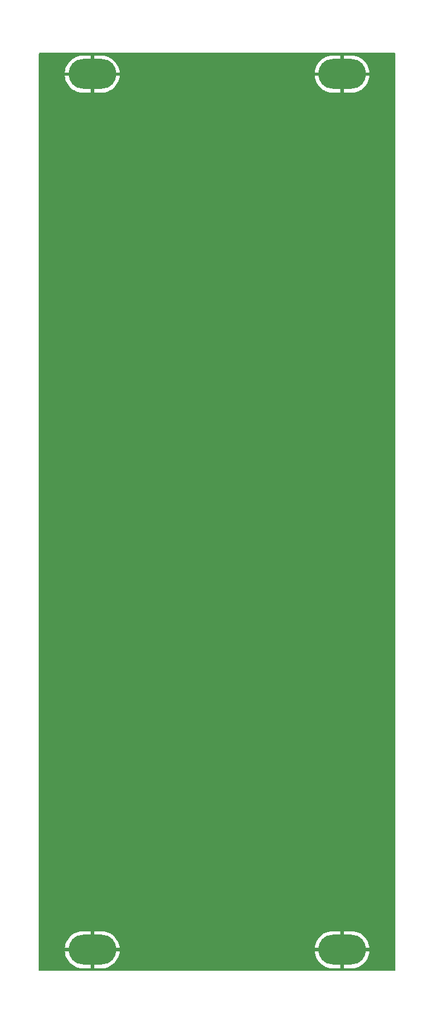
<source format=gbl>
G04 #@! TF.GenerationSoftware,KiCad,Pcbnew,9.0.4-9.0.4-0~ubuntu22.04.1*
G04 #@! TF.CreationDate,2025-10-19T11:48:11+01:00*
G04 #@! TF.ProjectId,CD40106_VCO,43443430-3130-4365-9f56-434f2e6b6963,rev?*
G04 #@! TF.SameCoordinates,Original*
G04 #@! TF.FileFunction,Copper,L2,Bot*
G04 #@! TF.FilePolarity,Positive*
%FSLAX46Y46*%
G04 Gerber Fmt 4.6, Leading zero omitted, Abs format (unit mm)*
G04 Created by KiCad (PCBNEW 9.0.4-9.0.4-0~ubuntu22.04.1) date 2025-10-19 11:48:11*
%MOMM*%
%LPD*%
G01*
G04 APERTURE LIST*
G04 #@! TA.AperFunction,ComponentPad*
%ADD10O,6.700000X4.200000*%
G04 #@! TD*
G04 #@! TA.AperFunction,ViaPad*
%ADD11C,8.000000*%
G04 #@! TD*
G04 #@! TA.AperFunction,ViaPad*
%ADD12C,14.000000*%
G04 #@! TD*
G04 APERTURE END LIST*
D10*
X184500000Y-30500000D03*
X219500000Y-30500000D03*
X219500000Y-153000000D03*
X184500000Y-153000000D03*
D11*
X208500000Y-139750000D03*
X189900000Y-101250000D03*
D12*
X202000000Y-50000000D03*
D11*
X182499999Y-125000000D03*
X195499999Y-125000000D03*
X214100000Y-101250000D03*
X214100000Y-80800000D03*
X195499999Y-139750000D03*
X221500000Y-125000000D03*
X208500000Y-125000000D03*
X182499999Y-139750000D03*
X189900000Y-80900000D03*
X221500000Y-139750000D03*
G04 #@! TA.AperFunction,Conductor*
G36*
X226917540Y-27545185D02*
G01*
X226963295Y-27597989D01*
X226974501Y-27649500D01*
X226974501Y-155850500D01*
X226954816Y-155917539D01*
X226902012Y-155963294D01*
X226850501Y-155974500D01*
X177149500Y-155974500D01*
X177082461Y-155954815D01*
X177036706Y-155902011D01*
X177025500Y-155850500D01*
X177025500Y-152791254D01*
X177025500Y-152750000D01*
X180661716Y-152750000D01*
X181770898Y-152750000D01*
X181750000Y-152881947D01*
X181750000Y-153118053D01*
X181770898Y-153250000D01*
X180661716Y-153250000D01*
X180682694Y-153436189D01*
X180682696Y-153436201D01*
X180747678Y-153720910D01*
X180747681Y-153720918D01*
X180844129Y-153996548D01*
X180970831Y-154259648D01*
X181126199Y-154506914D01*
X181308274Y-154735230D01*
X181514769Y-154941725D01*
X181743085Y-155123800D01*
X181990351Y-155279168D01*
X182253451Y-155405870D01*
X182529081Y-155502318D01*
X182529089Y-155502321D01*
X182813798Y-155567303D01*
X182813812Y-155567306D01*
X183103980Y-155599999D01*
X183103984Y-155600000D01*
X184250000Y-155600000D01*
X184250000Y-154500000D01*
X184750000Y-154500000D01*
X184750000Y-155600000D01*
X185896016Y-155600000D01*
X185896019Y-155599999D01*
X186186187Y-155567306D01*
X186186201Y-155567303D01*
X186470910Y-155502321D01*
X186470918Y-155502318D01*
X186746548Y-155405870D01*
X187009648Y-155279168D01*
X187256914Y-155123800D01*
X187485230Y-154941725D01*
X187691725Y-154735230D01*
X187873800Y-154506914D01*
X188029168Y-154259648D01*
X188155870Y-153996548D01*
X188252318Y-153720918D01*
X188252321Y-153720910D01*
X188317303Y-153436201D01*
X188317305Y-153436189D01*
X188338284Y-153250000D01*
X187229102Y-153250000D01*
X187250000Y-153118053D01*
X187250000Y-152881947D01*
X187229102Y-152750000D01*
X188338284Y-152750000D01*
X215661716Y-152750000D01*
X216770898Y-152750000D01*
X216750000Y-152881947D01*
X216750000Y-153118053D01*
X216770898Y-153250000D01*
X215661716Y-153250000D01*
X215682694Y-153436189D01*
X215682696Y-153436201D01*
X215747678Y-153720910D01*
X215747681Y-153720918D01*
X215844129Y-153996548D01*
X215970831Y-154259648D01*
X216126199Y-154506914D01*
X216308274Y-154735230D01*
X216514769Y-154941725D01*
X216743085Y-155123800D01*
X216990351Y-155279168D01*
X217253451Y-155405870D01*
X217529081Y-155502318D01*
X217529089Y-155502321D01*
X217813798Y-155567303D01*
X217813812Y-155567306D01*
X218103980Y-155599999D01*
X218103984Y-155600000D01*
X219250000Y-155600000D01*
X219250000Y-154500000D01*
X219750000Y-154500000D01*
X219750000Y-155600000D01*
X220896016Y-155600000D01*
X220896019Y-155599999D01*
X221186187Y-155567306D01*
X221186201Y-155567303D01*
X221470910Y-155502321D01*
X221470918Y-155502318D01*
X221746548Y-155405870D01*
X222009648Y-155279168D01*
X222256914Y-155123800D01*
X222485230Y-154941725D01*
X222691725Y-154735230D01*
X222873800Y-154506914D01*
X223029168Y-154259648D01*
X223155870Y-153996548D01*
X223252318Y-153720918D01*
X223252321Y-153720910D01*
X223317303Y-153436201D01*
X223317305Y-153436189D01*
X223338284Y-153250000D01*
X222229102Y-153250000D01*
X222250000Y-153118053D01*
X222250000Y-152881947D01*
X222229102Y-152750000D01*
X223338284Y-152750000D01*
X223317305Y-152563810D01*
X223317303Y-152563798D01*
X223252321Y-152279089D01*
X223252318Y-152279081D01*
X223155870Y-152003451D01*
X223029168Y-151740351D01*
X222873800Y-151493085D01*
X222691725Y-151264769D01*
X222485230Y-151058274D01*
X222256914Y-150876199D01*
X222009648Y-150720831D01*
X221746548Y-150594129D01*
X221470918Y-150497681D01*
X221470910Y-150497678D01*
X221186201Y-150432696D01*
X221186187Y-150432693D01*
X220896019Y-150400000D01*
X219750000Y-150400000D01*
X219750000Y-151500000D01*
X219250000Y-151500000D01*
X219250000Y-150400000D01*
X218103980Y-150400000D01*
X217813812Y-150432693D01*
X217813798Y-150432696D01*
X217529089Y-150497678D01*
X217529081Y-150497681D01*
X217253451Y-150594129D01*
X216990351Y-150720831D01*
X216743085Y-150876199D01*
X216514769Y-151058274D01*
X216308274Y-151264769D01*
X216126199Y-151493085D01*
X215970831Y-151740351D01*
X215844129Y-152003451D01*
X215747681Y-152279081D01*
X215747678Y-152279089D01*
X215682696Y-152563798D01*
X215682694Y-152563810D01*
X215661716Y-152750000D01*
X188338284Y-152750000D01*
X188317305Y-152563810D01*
X188317303Y-152563798D01*
X188252321Y-152279089D01*
X188252318Y-152279081D01*
X188155870Y-152003451D01*
X188029168Y-151740351D01*
X187873800Y-151493085D01*
X187691725Y-151264769D01*
X187485230Y-151058274D01*
X187256914Y-150876199D01*
X187009648Y-150720831D01*
X186746548Y-150594129D01*
X186470918Y-150497681D01*
X186470910Y-150497678D01*
X186186201Y-150432696D01*
X186186187Y-150432693D01*
X185896019Y-150400000D01*
X184750000Y-150400000D01*
X184750000Y-151500000D01*
X184250000Y-151500000D01*
X184250000Y-150400000D01*
X183103980Y-150400000D01*
X182813812Y-150432693D01*
X182813798Y-150432696D01*
X182529089Y-150497678D01*
X182529081Y-150497681D01*
X182253451Y-150594129D01*
X181990351Y-150720831D01*
X181743085Y-150876199D01*
X181514769Y-151058274D01*
X181308274Y-151264769D01*
X181126199Y-151493085D01*
X180970831Y-151740351D01*
X180844129Y-152003451D01*
X180747681Y-152279081D01*
X180747678Y-152279089D01*
X180682696Y-152563798D01*
X180682694Y-152563810D01*
X180661716Y-152750000D01*
X177025500Y-152750000D01*
X177025501Y-30708746D01*
X177025501Y-30250000D01*
X180661716Y-30250000D01*
X181770898Y-30250000D01*
X181750000Y-30381947D01*
X181750000Y-30618053D01*
X181770898Y-30750000D01*
X180661716Y-30750000D01*
X180682694Y-30936189D01*
X180682696Y-30936201D01*
X180747678Y-31220910D01*
X180747681Y-31220918D01*
X180844129Y-31496548D01*
X180970831Y-31759648D01*
X181126199Y-32006914D01*
X181308274Y-32235230D01*
X181514769Y-32441725D01*
X181743085Y-32623800D01*
X181990351Y-32779168D01*
X182253451Y-32905870D01*
X182529081Y-33002318D01*
X182529089Y-33002321D01*
X182813798Y-33067303D01*
X182813812Y-33067306D01*
X183103980Y-33099999D01*
X183103984Y-33100000D01*
X184250000Y-33100000D01*
X184250000Y-32000000D01*
X184750000Y-32000000D01*
X184750000Y-33100000D01*
X185896016Y-33100000D01*
X185896019Y-33099999D01*
X186186187Y-33067306D01*
X186186201Y-33067303D01*
X186470910Y-33002321D01*
X186470918Y-33002318D01*
X186746548Y-32905870D01*
X187009648Y-32779168D01*
X187256914Y-32623800D01*
X187485230Y-32441725D01*
X187691725Y-32235230D01*
X187873800Y-32006914D01*
X188029168Y-31759648D01*
X188155870Y-31496548D01*
X188252318Y-31220918D01*
X188252321Y-31220910D01*
X188317303Y-30936201D01*
X188317305Y-30936189D01*
X188338284Y-30750000D01*
X187229102Y-30750000D01*
X187250000Y-30618053D01*
X187250000Y-30381947D01*
X187229102Y-30250000D01*
X188338284Y-30250000D01*
X215661716Y-30250000D01*
X216770898Y-30250000D01*
X216750000Y-30381947D01*
X216750000Y-30618053D01*
X216770898Y-30750000D01*
X215661716Y-30750000D01*
X215682694Y-30936189D01*
X215682696Y-30936201D01*
X215747678Y-31220910D01*
X215747681Y-31220918D01*
X215844129Y-31496548D01*
X215970831Y-31759648D01*
X216126199Y-32006914D01*
X216308274Y-32235230D01*
X216514769Y-32441725D01*
X216743085Y-32623800D01*
X216990351Y-32779168D01*
X217253451Y-32905870D01*
X217529081Y-33002318D01*
X217529089Y-33002321D01*
X217813798Y-33067303D01*
X217813812Y-33067306D01*
X218103980Y-33099999D01*
X218103984Y-33100000D01*
X219250000Y-33100000D01*
X219250000Y-32000000D01*
X219750000Y-32000000D01*
X219750000Y-33100000D01*
X220896016Y-33100000D01*
X220896019Y-33099999D01*
X221186187Y-33067306D01*
X221186201Y-33067303D01*
X221470910Y-33002321D01*
X221470918Y-33002318D01*
X221746548Y-32905870D01*
X222009648Y-32779168D01*
X222256914Y-32623800D01*
X222485230Y-32441725D01*
X222691725Y-32235230D01*
X222873800Y-32006914D01*
X223029168Y-31759648D01*
X223155870Y-31496548D01*
X223252318Y-31220918D01*
X223252321Y-31220910D01*
X223317303Y-30936201D01*
X223317305Y-30936189D01*
X223338284Y-30750000D01*
X222229102Y-30750000D01*
X222250000Y-30618053D01*
X222250000Y-30381947D01*
X222229102Y-30250000D01*
X223338284Y-30250000D01*
X223317305Y-30063810D01*
X223317303Y-30063798D01*
X223252321Y-29779089D01*
X223252318Y-29779081D01*
X223155870Y-29503451D01*
X223029168Y-29240351D01*
X222873800Y-28993085D01*
X222691725Y-28764769D01*
X222485230Y-28558274D01*
X222256914Y-28376199D01*
X222009648Y-28220831D01*
X221746548Y-28094129D01*
X221470918Y-27997681D01*
X221470910Y-27997678D01*
X221186201Y-27932696D01*
X221186187Y-27932693D01*
X220896019Y-27900000D01*
X219750000Y-27900000D01*
X219750000Y-29000000D01*
X219250000Y-29000000D01*
X219250000Y-27900000D01*
X218103980Y-27900000D01*
X217813812Y-27932693D01*
X217813798Y-27932696D01*
X217529089Y-27997678D01*
X217529081Y-27997681D01*
X217253451Y-28094129D01*
X216990351Y-28220831D01*
X216743085Y-28376199D01*
X216514769Y-28558274D01*
X216308274Y-28764769D01*
X216126199Y-28993085D01*
X215970831Y-29240351D01*
X215844129Y-29503451D01*
X215747681Y-29779081D01*
X215747678Y-29779089D01*
X215682696Y-30063798D01*
X215682694Y-30063810D01*
X215661716Y-30250000D01*
X188338284Y-30250000D01*
X188317305Y-30063810D01*
X188317303Y-30063798D01*
X188252321Y-29779089D01*
X188252318Y-29779081D01*
X188155870Y-29503451D01*
X188029168Y-29240351D01*
X187873800Y-28993085D01*
X187691725Y-28764769D01*
X187485230Y-28558274D01*
X187256914Y-28376199D01*
X187009648Y-28220831D01*
X186746548Y-28094129D01*
X186470918Y-27997681D01*
X186470910Y-27997678D01*
X186186201Y-27932696D01*
X186186187Y-27932693D01*
X185896019Y-27900000D01*
X184750000Y-27900000D01*
X184750000Y-29000000D01*
X184250000Y-29000000D01*
X184250000Y-27900000D01*
X183103980Y-27900000D01*
X182813812Y-27932693D01*
X182813798Y-27932696D01*
X182529089Y-27997678D01*
X182529081Y-27997681D01*
X182253451Y-28094129D01*
X181990351Y-28220831D01*
X181743085Y-28376199D01*
X181514769Y-28558274D01*
X181308274Y-28764769D01*
X181126199Y-28993085D01*
X180970831Y-29240351D01*
X180844129Y-29503451D01*
X180747681Y-29779081D01*
X180747678Y-29779089D01*
X180682696Y-30063798D01*
X180682694Y-30063810D01*
X180661716Y-30250000D01*
X177025501Y-30250000D01*
X177025501Y-27649500D01*
X177045186Y-27582461D01*
X177097990Y-27536706D01*
X177149501Y-27525500D01*
X226850501Y-27525500D01*
X226917540Y-27545185D01*
G37*
G04 #@! TD.AperFunction*
M02*

</source>
